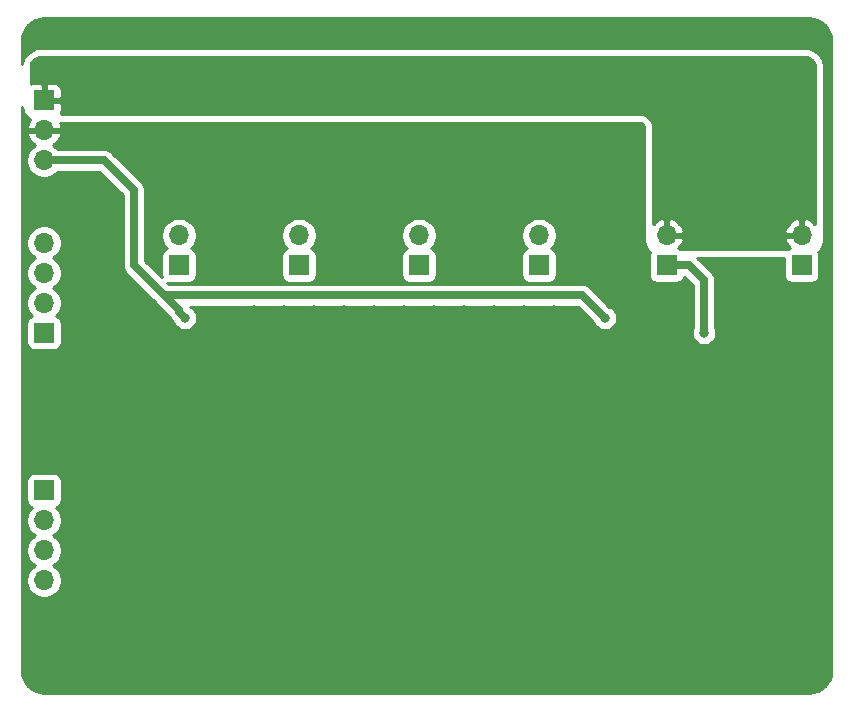
<source format=gbr>
%TF.GenerationSoftware,KiCad,Pcbnew,(5.1.6)-1*%
%TF.CreationDate,2021-04-07T17:42:24+02:00*%
%TF.ProjectId,constant_current,636f6e73-7461-46e7-945f-63757272656e,rev?*%
%TF.SameCoordinates,Original*%
%TF.FileFunction,Copper,L2,Bot*%
%TF.FilePolarity,Positive*%
%FSLAX46Y46*%
G04 Gerber Fmt 4.6, Leading zero omitted, Abs format (unit mm)*
G04 Created by KiCad (PCBNEW (5.1.6)-1) date 2021-04-07 17:42:24*
%MOMM*%
%LPD*%
G01*
G04 APERTURE LIST*
%TA.AperFunction,ComponentPad*%
%ADD10R,1.700000X1.700000*%
%TD*%
%TA.AperFunction,ComponentPad*%
%ADD11O,1.700000X1.700000*%
%TD*%
%TA.AperFunction,ViaPad*%
%ADD12C,0.800000*%
%TD*%
%TA.AperFunction,Conductor*%
%ADD13C,0.635000*%
%TD*%
%TA.AperFunction,Conductor*%
%ADD14C,0.254000*%
%TD*%
G04 APERTURE END LIST*
D10*
%TO.P,J1,1*%
%TO.N,+5V*%
X38100000Y-30480000D03*
D11*
%TO.P,J1,2*%
%TO.N,GND*%
X38100000Y-33020000D03*
%TO.P,J1,3*%
%TO.N,pwm*%
X38100000Y-35560000D03*
%TD*%
%TO.P,LED,2*%
%TO.N,+5V*%
X90805000Y-41910000D03*
D10*
%TO.P,LED,1*%
%TO.N,Net-(J2-Pad1)*%
X90805000Y-44450000D03*
%TD*%
%TO.P,LED,1*%
%TO.N,Net-(J3-Pad1)*%
X102235000Y-44450000D03*
D11*
%TO.P,LED,2*%
%TO.N,+5V*%
X102235000Y-41910000D03*
%TD*%
D10*
%TO.P,J4,1*%
%TO.N,~A*%
X38100000Y-50165000D03*
D11*
%TO.P,J4,2*%
%TO.N,~B*%
X38100000Y-47625000D03*
%TO.P,J4,3*%
%TO.N,~C*%
X38100000Y-45085000D03*
%TO.P,J4,4*%
%TO.N,~D*%
X38100000Y-42545000D03*
%TD*%
%TO.P,J5,4*%
%TO.N,D*%
X38100000Y-71120000D03*
%TO.P,J5,3*%
%TO.N,C*%
X38100000Y-68580000D03*
%TO.P,J5,2*%
%TO.N,B*%
X38100000Y-66040000D03*
D10*
%TO.P,J5,1*%
%TO.N,A*%
X38100000Y-63500000D03*
%TD*%
D11*
%TO.P,LED A,2*%
%TO.N,Net-(J6-Pad2)*%
X49530000Y-41910000D03*
D10*
%TO.P,LED A,1*%
%TO.N,Net-(J6-Pad1)*%
X49530000Y-44450000D03*
%TD*%
%TO.P,LED B,1*%
%TO.N,Net-(J6-Pad1)*%
X59690000Y-44450000D03*
D11*
%TO.P,LED B,2*%
%TO.N,Net-(J7-Pad2)*%
X59690000Y-41910000D03*
%TD*%
%TO.P,LED C,2*%
%TO.N,Net-(J8-Pad2)*%
X69850000Y-41910000D03*
D10*
%TO.P,LED C,1*%
%TO.N,Net-(J6-Pad1)*%
X69850000Y-44450000D03*
%TD*%
%TO.P,LED D,1*%
%TO.N,Net-(J6-Pad1)*%
X80010000Y-44450000D03*
D11*
%TO.P,LED D,2*%
%TO.N,Net-(J9-Pad2)*%
X80010000Y-41910000D03*
%TD*%
D12*
%TO.N,GND*%
X104140000Y-25400000D03*
X104140000Y-48260000D03*
X104140000Y-63500000D03*
X104140000Y-66040000D03*
X104140000Y-68580000D03*
X104140000Y-71120000D03*
X104140000Y-73660000D03*
X104140000Y-76200000D03*
X104140000Y-78740000D03*
%TO.N,+5V*%
X48260000Y-31115000D03*
X58420000Y-31115000D03*
X68580000Y-31115000D03*
X78740000Y-31115000D03*
%TO.N,GND*%
X38100000Y-53340000D03*
X38100000Y-55880000D03*
X38100000Y-58420000D03*
X38100000Y-60960000D03*
X40640000Y-60960000D03*
X43180000Y-60960000D03*
X45720000Y-60960000D03*
X45720000Y-58420000D03*
X43180000Y-58420000D03*
X40640000Y-58420000D03*
X40640000Y-55880000D03*
X40640000Y-53340000D03*
X43180000Y-53340000D03*
X43180000Y-55880000D03*
X45720000Y-55880000D03*
X45720000Y-53340000D03*
X48260000Y-55880000D03*
X48260000Y-58420000D03*
X50800000Y-58420000D03*
X50800000Y-55880000D03*
X53340000Y-55880000D03*
X53340000Y-58420000D03*
X55880000Y-58420000D03*
X55880000Y-55880000D03*
X58420000Y-55880000D03*
X58420000Y-58420000D03*
X60960000Y-58420000D03*
X45720000Y-50800000D03*
X43180000Y-50800000D03*
X40640000Y-50800000D03*
X43180000Y-48260000D03*
X45720000Y-48260000D03*
X43180000Y-45720000D03*
X68580000Y-58420000D03*
X68580000Y-55880000D03*
X68580000Y-53340000D03*
X68580000Y-50800000D03*
X68580000Y-48260000D03*
X71120000Y-48260000D03*
X73660000Y-48260000D03*
X76200000Y-48260000D03*
X78740000Y-48260000D03*
X81280000Y-48260000D03*
X81280000Y-50800000D03*
X81280000Y-53340000D03*
X81280000Y-55880000D03*
X81280000Y-58420000D03*
X78740000Y-58420000D03*
X76200000Y-58420000D03*
X73660000Y-58420000D03*
X71120000Y-58420000D03*
X71120000Y-55880000D03*
X73660000Y-55880000D03*
X76200000Y-55880000D03*
X78740000Y-55880000D03*
X78740000Y-53340000D03*
X76200000Y-53340000D03*
X73660000Y-53340000D03*
X71120000Y-53340000D03*
X71120000Y-50800000D03*
X73660000Y-50800000D03*
X76200000Y-50800000D03*
X78740000Y-50800000D03*
X66040000Y-48260000D03*
X63500000Y-48260000D03*
X60960000Y-48260000D03*
X58420000Y-48260000D03*
X55880000Y-48260000D03*
X55880000Y-50800000D03*
X58420000Y-50800000D03*
X60960000Y-50800000D03*
X63500000Y-50800000D03*
X83820000Y-55880000D03*
X86360000Y-55880000D03*
X88900000Y-55880000D03*
X91440000Y-58420000D03*
X88900000Y-58420000D03*
X86360000Y-58420000D03*
X83820000Y-58420000D03*
X83820000Y-60960000D03*
X86360000Y-60960000D03*
X88900000Y-60960000D03*
X91440000Y-60960000D03*
X96520000Y-60960000D03*
X96520000Y-58420000D03*
X99060000Y-58420000D03*
X99060000Y-60960000D03*
X101600000Y-63500000D03*
X101600000Y-68580000D03*
X101600000Y-66040000D03*
X101600000Y-71120000D03*
X101600000Y-73660000D03*
X101600000Y-76200000D03*
X96520000Y-76200000D03*
X101600000Y-78740000D03*
X99060000Y-78740000D03*
X96520000Y-78740000D03*
X91440000Y-78740000D03*
X93980000Y-78740000D03*
X88900000Y-78740000D03*
X83820000Y-78740000D03*
X86360000Y-78740000D03*
X81280000Y-78740000D03*
X81280000Y-76200000D03*
X83820000Y-76200000D03*
X81280000Y-73660000D03*
X83820000Y-73660000D03*
X83820000Y-71120000D03*
X83820000Y-68580000D03*
X83820000Y-66040000D03*
X83820000Y-63500000D03*
X86360000Y-63500000D03*
X86360000Y-66040000D03*
X86360000Y-68580000D03*
X86360000Y-71120000D03*
X86360000Y-73660000D03*
X86360000Y-76200000D03*
X88900000Y-76200000D03*
X88900000Y-73660000D03*
X88900000Y-71120000D03*
X88900000Y-68580000D03*
X88900000Y-66040000D03*
X88900000Y-63500000D03*
X91440000Y-63500000D03*
X91440000Y-66040000D03*
X91440000Y-68580000D03*
X91440000Y-71120000D03*
X91440000Y-73660000D03*
X91440000Y-76200000D03*
X93980000Y-76200000D03*
X93980000Y-73660000D03*
X96520000Y-73660000D03*
X99060000Y-73660000D03*
X99060000Y-76200000D03*
X99060000Y-71120000D03*
X96520000Y-71120000D03*
X93980000Y-71120000D03*
X93980000Y-68580000D03*
X96520000Y-68580000D03*
X99060000Y-68580000D03*
X99060000Y-66040000D03*
X96520000Y-66040000D03*
X93980000Y-66040000D03*
X93980000Y-63500000D03*
X96520000Y-63500000D03*
X99060000Y-63500000D03*
X99060000Y-55880000D03*
X96520000Y-55880000D03*
X96520000Y-53340000D03*
X96520000Y-50800000D03*
X99060000Y-45720000D03*
X96520000Y-45720000D03*
X86360000Y-45720000D03*
X83820000Y-45720000D03*
X83820000Y-43180000D03*
X86360000Y-43180000D03*
X86360000Y-40640000D03*
X83820000Y-40640000D03*
X83820000Y-38100000D03*
X86360000Y-38100000D03*
X86360000Y-35560000D03*
X83820000Y-35560000D03*
X83820000Y-33020000D03*
X86360000Y-33020000D03*
X76200000Y-33020000D03*
X73660000Y-33020000D03*
X73660000Y-35560000D03*
X73660000Y-38100000D03*
X73660000Y-40640000D03*
X73660000Y-43180000D03*
X76200000Y-43180000D03*
X76200000Y-40640000D03*
X76200000Y-38100000D03*
X76200000Y-35560000D03*
X66040000Y-33020000D03*
X63500000Y-33020000D03*
X63500000Y-35560000D03*
X63500000Y-38100000D03*
X63500000Y-40640000D03*
X63500000Y-43180000D03*
X66040000Y-43180000D03*
X66040000Y-40640000D03*
X66040000Y-38100000D03*
X66040000Y-35560000D03*
X55880000Y-33020000D03*
X53340000Y-33020000D03*
X53340000Y-35560000D03*
X55880000Y-35560000D03*
X55880000Y-38100000D03*
X53340000Y-38100000D03*
X53340000Y-40640000D03*
X55880000Y-40640000D03*
X55880000Y-43180000D03*
X53340000Y-43180000D03*
X45720000Y-33020000D03*
X45720000Y-35560000D03*
X40640000Y-33020000D03*
X38100000Y-25400000D03*
X40640000Y-25400000D03*
X83820000Y-25400000D03*
X78740000Y-25400000D03*
X76200000Y-25400000D03*
X73660000Y-25400000D03*
X86360000Y-25400000D03*
X88900000Y-25400000D03*
X91440000Y-25400000D03*
X93980000Y-25400000D03*
X96520000Y-25400000D03*
X99060000Y-25400000D03*
X101600000Y-25400000D03*
X76200000Y-63500000D03*
X76200000Y-66040000D03*
X76200000Y-68580000D03*
X76200000Y-71120000D03*
X76200000Y-73660000D03*
X76200000Y-76200000D03*
X73660000Y-76200000D03*
X73660000Y-73660000D03*
X71120000Y-73660000D03*
X71120000Y-76200000D03*
X73660000Y-71120000D03*
X73660000Y-68580000D03*
X73660000Y-66040000D03*
X73660000Y-63500000D03*
X66040000Y-63500000D03*
X66040000Y-66040000D03*
X66040000Y-68580000D03*
X66040000Y-71120000D03*
X66040000Y-73660000D03*
X66040000Y-76200000D03*
X63500000Y-76200000D03*
X60960000Y-76200000D03*
X60960000Y-73660000D03*
X63500000Y-73660000D03*
X63500000Y-71120000D03*
X63500000Y-68580000D03*
X63500000Y-66040000D03*
X63500000Y-63500000D03*
X55880000Y-63500000D03*
X55880000Y-66040000D03*
X55880000Y-68580000D03*
X55880000Y-71120000D03*
X55880000Y-73660000D03*
X55880000Y-76200000D03*
X53340000Y-76200000D03*
X50800000Y-76200000D03*
X50800000Y-73660000D03*
X53340000Y-73660000D03*
X53340000Y-71120000D03*
X53340000Y-68580000D03*
X53340000Y-66040000D03*
X53340000Y-63500000D03*
X45720000Y-63500000D03*
X45720000Y-66040000D03*
X45720000Y-68580000D03*
X43180000Y-66040000D03*
X43180000Y-63500000D03*
X38100000Y-76200000D03*
X38100000Y-78740000D03*
X40640000Y-78740000D03*
X40640000Y-76200000D03*
X40640000Y-73660000D03*
X38100000Y-73660000D03*
%TO.N,pwm*%
X85580000Y-48895000D03*
X50020000Y-48895000D03*
%TO.N,Net-(J2-Pad1)*%
X93980000Y-50165000D03*
%TD*%
D13*
%TO.N,pwm*%
X38100000Y-35560000D02*
X43180000Y-35560000D01*
X43180000Y-35560000D02*
X45720000Y-38100000D01*
X83675000Y-46990000D02*
X85580000Y-48895000D01*
X48260000Y-46990000D02*
X83675000Y-46990000D01*
X48260000Y-46990000D02*
X45720000Y-44450000D01*
X45720000Y-38100000D02*
X45720000Y-44450000D01*
X48260000Y-46990000D02*
X49530000Y-48260000D01*
X49530000Y-48260000D02*
X49530000Y-48405000D01*
X49530000Y-48405000D02*
X50020000Y-48895000D01*
%TO.N,Net-(J2-Pad1)*%
X93980000Y-50165000D02*
X93980000Y-45720000D01*
X92710000Y-44450000D02*
X90805000Y-44450000D01*
X93980000Y-45720000D02*
X92710000Y-44450000D01*
%TD*%
D14*
%TO.N,+5V*%
G36*
X102675189Y-26814376D02*
G01*
X102838850Y-26864022D01*
X102989672Y-26944638D01*
X103121870Y-27053130D01*
X103230362Y-27185328D01*
X103310978Y-27336150D01*
X103360624Y-27499811D01*
X103378000Y-27676234D01*
X103378000Y-40970614D01*
X103332588Y-40909731D01*
X103116355Y-40714822D01*
X102866252Y-40565843D01*
X102591891Y-40468519D01*
X102362000Y-40589186D01*
X102362000Y-41783000D01*
X102382000Y-41783000D01*
X102382000Y-42037000D01*
X102362000Y-42037000D01*
X102362000Y-42057000D01*
X102108000Y-42057000D01*
X102108000Y-42037000D01*
X100914845Y-42037000D01*
X100793524Y-42266890D01*
X100838175Y-42414099D01*
X100963359Y-42676920D01*
X101137412Y-42910269D01*
X101221466Y-42986034D01*
X101140820Y-43010498D01*
X101061306Y-43053000D01*
X91978694Y-43053000D01*
X91899180Y-43010498D01*
X91818534Y-42986034D01*
X91902588Y-42910269D01*
X92076641Y-42676920D01*
X92201825Y-42414099D01*
X92246476Y-42266890D01*
X92125155Y-42037000D01*
X90932000Y-42037000D01*
X90932000Y-42057000D01*
X90678000Y-42057000D01*
X90678000Y-42037000D01*
X90658000Y-42037000D01*
X90658000Y-41783000D01*
X90678000Y-41783000D01*
X90678000Y-40589186D01*
X90932000Y-40589186D01*
X90932000Y-41783000D01*
X92125155Y-41783000D01*
X92246476Y-41553110D01*
X100793524Y-41553110D01*
X100914845Y-41783000D01*
X102108000Y-41783000D01*
X102108000Y-40589186D01*
X101878109Y-40468519D01*
X101603748Y-40565843D01*
X101353645Y-40714822D01*
X101137412Y-40909731D01*
X100963359Y-41143080D01*
X100838175Y-41405901D01*
X100793524Y-41553110D01*
X92246476Y-41553110D01*
X92201825Y-41405901D01*
X92076641Y-41143080D01*
X91902588Y-40909731D01*
X91686355Y-40714822D01*
X91436252Y-40565843D01*
X91161891Y-40468519D01*
X90932000Y-40589186D01*
X90678000Y-40589186D01*
X90448109Y-40468519D01*
X90173748Y-40565843D01*
X89923645Y-40714822D01*
X89707412Y-40909731D01*
X89662000Y-40970614D01*
X89662000Y-32750000D01*
X89661388Y-32737552D01*
X89642173Y-32542462D01*
X89637317Y-32518044D01*
X89580412Y-32330451D01*
X89570884Y-32307450D01*
X89478474Y-32134563D01*
X89464642Y-32113862D01*
X89340279Y-31962325D01*
X89322675Y-31944721D01*
X89171138Y-31820358D01*
X89150437Y-31806526D01*
X88977550Y-31714116D01*
X88954549Y-31704588D01*
X88766956Y-31647683D01*
X88742538Y-31642827D01*
X88547448Y-31623612D01*
X88535000Y-31623000D01*
X39513407Y-31623000D01*
X39539502Y-31574180D01*
X39575812Y-31454482D01*
X39588072Y-31330000D01*
X39585000Y-30765750D01*
X39426250Y-30607000D01*
X38227000Y-30607000D01*
X38227000Y-30627000D01*
X37973000Y-30627000D01*
X37973000Y-30607000D01*
X37953000Y-30607000D01*
X37953000Y-30353000D01*
X37973000Y-30353000D01*
X37973000Y-29153750D01*
X38227000Y-29153750D01*
X38227000Y-30353000D01*
X39426250Y-30353000D01*
X39585000Y-30194250D01*
X39588072Y-29630000D01*
X39575812Y-29505518D01*
X39539502Y-29385820D01*
X39480537Y-29275506D01*
X39401185Y-29178815D01*
X39304494Y-29099463D01*
X39194180Y-29040498D01*
X39074482Y-29004188D01*
X38950000Y-28991928D01*
X38385750Y-28995000D01*
X38227000Y-29153750D01*
X37973000Y-29153750D01*
X37814250Y-28995000D01*
X37250000Y-28991928D01*
X37125518Y-29004188D01*
X37005820Y-29040498D01*
X36957000Y-29066593D01*
X36957000Y-27676234D01*
X36974376Y-27499811D01*
X37024022Y-27336150D01*
X37104638Y-27185328D01*
X37213130Y-27053130D01*
X37345328Y-26944638D01*
X37496150Y-26864022D01*
X37659811Y-26814376D01*
X37836234Y-26797000D01*
X102498766Y-26797000D01*
X102675189Y-26814376D01*
G37*
X102675189Y-26814376D02*
X102838850Y-26864022D01*
X102989672Y-26944638D01*
X103121870Y-27053130D01*
X103230362Y-27185328D01*
X103310978Y-27336150D01*
X103360624Y-27499811D01*
X103378000Y-27676234D01*
X103378000Y-40970614D01*
X103332588Y-40909731D01*
X103116355Y-40714822D01*
X102866252Y-40565843D01*
X102591891Y-40468519D01*
X102362000Y-40589186D01*
X102362000Y-41783000D01*
X102382000Y-41783000D01*
X102382000Y-42037000D01*
X102362000Y-42037000D01*
X102362000Y-42057000D01*
X102108000Y-42057000D01*
X102108000Y-42037000D01*
X100914845Y-42037000D01*
X100793524Y-42266890D01*
X100838175Y-42414099D01*
X100963359Y-42676920D01*
X101137412Y-42910269D01*
X101221466Y-42986034D01*
X101140820Y-43010498D01*
X101061306Y-43053000D01*
X91978694Y-43053000D01*
X91899180Y-43010498D01*
X91818534Y-42986034D01*
X91902588Y-42910269D01*
X92076641Y-42676920D01*
X92201825Y-42414099D01*
X92246476Y-42266890D01*
X92125155Y-42037000D01*
X90932000Y-42037000D01*
X90932000Y-42057000D01*
X90678000Y-42057000D01*
X90678000Y-42037000D01*
X90658000Y-42037000D01*
X90658000Y-41783000D01*
X90678000Y-41783000D01*
X90678000Y-40589186D01*
X90932000Y-40589186D01*
X90932000Y-41783000D01*
X92125155Y-41783000D01*
X92246476Y-41553110D01*
X100793524Y-41553110D01*
X100914845Y-41783000D01*
X102108000Y-41783000D01*
X102108000Y-40589186D01*
X101878109Y-40468519D01*
X101603748Y-40565843D01*
X101353645Y-40714822D01*
X101137412Y-40909731D01*
X100963359Y-41143080D01*
X100838175Y-41405901D01*
X100793524Y-41553110D01*
X92246476Y-41553110D01*
X92201825Y-41405901D01*
X92076641Y-41143080D01*
X91902588Y-40909731D01*
X91686355Y-40714822D01*
X91436252Y-40565843D01*
X91161891Y-40468519D01*
X90932000Y-40589186D01*
X90678000Y-40589186D01*
X90448109Y-40468519D01*
X90173748Y-40565843D01*
X89923645Y-40714822D01*
X89707412Y-40909731D01*
X89662000Y-40970614D01*
X89662000Y-32750000D01*
X89661388Y-32737552D01*
X89642173Y-32542462D01*
X89637317Y-32518044D01*
X89580412Y-32330451D01*
X89570884Y-32307450D01*
X89478474Y-32134563D01*
X89464642Y-32113862D01*
X89340279Y-31962325D01*
X89322675Y-31944721D01*
X89171138Y-31820358D01*
X89150437Y-31806526D01*
X88977550Y-31714116D01*
X88954549Y-31704588D01*
X88766956Y-31647683D01*
X88742538Y-31642827D01*
X88547448Y-31623612D01*
X88535000Y-31623000D01*
X39513407Y-31623000D01*
X39539502Y-31574180D01*
X39575812Y-31454482D01*
X39588072Y-31330000D01*
X39585000Y-30765750D01*
X39426250Y-30607000D01*
X38227000Y-30607000D01*
X38227000Y-30627000D01*
X37973000Y-30627000D01*
X37973000Y-30607000D01*
X37953000Y-30607000D01*
X37953000Y-30353000D01*
X37973000Y-30353000D01*
X37973000Y-29153750D01*
X38227000Y-29153750D01*
X38227000Y-30353000D01*
X39426250Y-30353000D01*
X39585000Y-30194250D01*
X39588072Y-29630000D01*
X39575812Y-29505518D01*
X39539502Y-29385820D01*
X39480537Y-29275506D01*
X39401185Y-29178815D01*
X39304494Y-29099463D01*
X39194180Y-29040498D01*
X39074482Y-29004188D01*
X38950000Y-28991928D01*
X38385750Y-28995000D01*
X38227000Y-29153750D01*
X37973000Y-29153750D01*
X37814250Y-28995000D01*
X37250000Y-28991928D01*
X37125518Y-29004188D01*
X37005820Y-29040498D01*
X36957000Y-29066593D01*
X36957000Y-27676234D01*
X36974376Y-27499811D01*
X37024022Y-27336150D01*
X37104638Y-27185328D01*
X37213130Y-27053130D01*
X37345328Y-26944638D01*
X37496150Y-26864022D01*
X37659811Y-26814376D01*
X37836234Y-26797000D01*
X102498766Y-26797000D01*
X102675189Y-26814376D01*
%TO.N,GND*%
G36*
X103234545Y-23558909D02*
G01*
X103585208Y-23664780D01*
X103908625Y-23836744D01*
X104192484Y-24068254D01*
X104425965Y-24350486D01*
X104600183Y-24672695D01*
X104708502Y-25022614D01*
X104750000Y-25417443D01*
X104750001Y-78707711D01*
X104711091Y-79104545D01*
X104605220Y-79455206D01*
X104433257Y-79778623D01*
X104201748Y-80062482D01*
X103919514Y-80295965D01*
X103597304Y-80470184D01*
X103247385Y-80578502D01*
X102852557Y-80620000D01*
X38132279Y-80620000D01*
X37735455Y-80581091D01*
X37384794Y-80475220D01*
X37061377Y-80303257D01*
X36777518Y-80071748D01*
X36544035Y-79789514D01*
X36369816Y-79467304D01*
X36261498Y-79117385D01*
X36220000Y-78722557D01*
X36220000Y-62650000D01*
X36611928Y-62650000D01*
X36611928Y-64350000D01*
X36624188Y-64474482D01*
X36660498Y-64594180D01*
X36719463Y-64704494D01*
X36798815Y-64801185D01*
X36895506Y-64880537D01*
X37005820Y-64939502D01*
X37078380Y-64961513D01*
X36946525Y-65093368D01*
X36784010Y-65336589D01*
X36672068Y-65606842D01*
X36615000Y-65893740D01*
X36615000Y-66186260D01*
X36672068Y-66473158D01*
X36784010Y-66743411D01*
X36946525Y-66986632D01*
X37153368Y-67193475D01*
X37327760Y-67310000D01*
X37153368Y-67426525D01*
X36946525Y-67633368D01*
X36784010Y-67876589D01*
X36672068Y-68146842D01*
X36615000Y-68433740D01*
X36615000Y-68726260D01*
X36672068Y-69013158D01*
X36784010Y-69283411D01*
X36946525Y-69526632D01*
X37153368Y-69733475D01*
X37327760Y-69850000D01*
X37153368Y-69966525D01*
X36946525Y-70173368D01*
X36784010Y-70416589D01*
X36672068Y-70686842D01*
X36615000Y-70973740D01*
X36615000Y-71266260D01*
X36672068Y-71553158D01*
X36784010Y-71823411D01*
X36946525Y-72066632D01*
X37153368Y-72273475D01*
X37396589Y-72435990D01*
X37666842Y-72547932D01*
X37953740Y-72605000D01*
X38246260Y-72605000D01*
X38533158Y-72547932D01*
X38803411Y-72435990D01*
X39046632Y-72273475D01*
X39253475Y-72066632D01*
X39415990Y-71823411D01*
X39527932Y-71553158D01*
X39585000Y-71266260D01*
X39585000Y-70973740D01*
X39527932Y-70686842D01*
X39415990Y-70416589D01*
X39253475Y-70173368D01*
X39046632Y-69966525D01*
X38872240Y-69850000D01*
X39046632Y-69733475D01*
X39253475Y-69526632D01*
X39415990Y-69283411D01*
X39527932Y-69013158D01*
X39585000Y-68726260D01*
X39585000Y-68433740D01*
X39527932Y-68146842D01*
X39415990Y-67876589D01*
X39253475Y-67633368D01*
X39046632Y-67426525D01*
X38872240Y-67310000D01*
X39046632Y-67193475D01*
X39253475Y-66986632D01*
X39415990Y-66743411D01*
X39527932Y-66473158D01*
X39585000Y-66186260D01*
X39585000Y-65893740D01*
X39527932Y-65606842D01*
X39415990Y-65336589D01*
X39253475Y-65093368D01*
X39121620Y-64961513D01*
X39194180Y-64939502D01*
X39304494Y-64880537D01*
X39401185Y-64801185D01*
X39480537Y-64704494D01*
X39539502Y-64594180D01*
X39575812Y-64474482D01*
X39588072Y-64350000D01*
X39588072Y-62650000D01*
X39575812Y-62525518D01*
X39539502Y-62405820D01*
X39480537Y-62295506D01*
X39401185Y-62198815D01*
X39304494Y-62119463D01*
X39194180Y-62060498D01*
X39074482Y-62024188D01*
X38950000Y-62011928D01*
X37250000Y-62011928D01*
X37125518Y-62024188D01*
X37005820Y-62060498D01*
X36895506Y-62119463D01*
X36798815Y-62198815D01*
X36719463Y-62295506D01*
X36660498Y-62405820D01*
X36624188Y-62525518D01*
X36611928Y-62650000D01*
X36220000Y-62650000D01*
X36220000Y-49315000D01*
X36611928Y-49315000D01*
X36611928Y-51015000D01*
X36624188Y-51139482D01*
X36660498Y-51259180D01*
X36719463Y-51369494D01*
X36798815Y-51466185D01*
X36895506Y-51545537D01*
X37005820Y-51604502D01*
X37125518Y-51640812D01*
X37250000Y-51653072D01*
X38950000Y-51653072D01*
X39074482Y-51640812D01*
X39194180Y-51604502D01*
X39304494Y-51545537D01*
X39401185Y-51466185D01*
X39480537Y-51369494D01*
X39539502Y-51259180D01*
X39575812Y-51139482D01*
X39588072Y-51015000D01*
X39588072Y-49315000D01*
X39575812Y-49190518D01*
X39539502Y-49070820D01*
X39480537Y-48960506D01*
X39401185Y-48863815D01*
X39304494Y-48784463D01*
X39194180Y-48725498D01*
X39121620Y-48703487D01*
X39253475Y-48571632D01*
X39415990Y-48328411D01*
X39527932Y-48058158D01*
X39585000Y-47771260D01*
X39585000Y-47478740D01*
X39527932Y-47191842D01*
X39415990Y-46921589D01*
X39253475Y-46678368D01*
X39046632Y-46471525D01*
X38872240Y-46355000D01*
X39046632Y-46238475D01*
X39253475Y-46031632D01*
X39415990Y-45788411D01*
X39527932Y-45518158D01*
X39585000Y-45231260D01*
X39585000Y-44938740D01*
X39527932Y-44651842D01*
X39415990Y-44381589D01*
X39253475Y-44138368D01*
X39046632Y-43931525D01*
X38872240Y-43815000D01*
X39046632Y-43698475D01*
X39253475Y-43491632D01*
X39415990Y-43248411D01*
X39527932Y-42978158D01*
X39585000Y-42691260D01*
X39585000Y-42398740D01*
X39527932Y-42111842D01*
X39415990Y-41841589D01*
X39253475Y-41598368D01*
X39046632Y-41391525D01*
X38803411Y-41229010D01*
X38533158Y-41117068D01*
X38246260Y-41060000D01*
X37953740Y-41060000D01*
X37666842Y-41117068D01*
X37396589Y-41229010D01*
X37153368Y-41391525D01*
X36946525Y-41598368D01*
X36784010Y-41841589D01*
X36672068Y-42111842D01*
X36615000Y-42398740D01*
X36615000Y-42691260D01*
X36672068Y-42978158D01*
X36784010Y-43248411D01*
X36946525Y-43491632D01*
X37153368Y-43698475D01*
X37327760Y-43815000D01*
X37153368Y-43931525D01*
X36946525Y-44138368D01*
X36784010Y-44381589D01*
X36672068Y-44651842D01*
X36615000Y-44938740D01*
X36615000Y-45231260D01*
X36672068Y-45518158D01*
X36784010Y-45788411D01*
X36946525Y-46031632D01*
X37153368Y-46238475D01*
X37327760Y-46355000D01*
X37153368Y-46471525D01*
X36946525Y-46678368D01*
X36784010Y-46921589D01*
X36672068Y-47191842D01*
X36615000Y-47478740D01*
X36615000Y-47771260D01*
X36672068Y-48058158D01*
X36784010Y-48328411D01*
X36946525Y-48571632D01*
X37078380Y-48703487D01*
X37005820Y-48725498D01*
X36895506Y-48784463D01*
X36798815Y-48863815D01*
X36719463Y-48960506D01*
X36660498Y-49070820D01*
X36624188Y-49190518D01*
X36611928Y-49315000D01*
X36220000Y-49315000D01*
X36220000Y-35413740D01*
X36615000Y-35413740D01*
X36615000Y-35706260D01*
X36672068Y-35993158D01*
X36784010Y-36263411D01*
X36946525Y-36506632D01*
X37153368Y-36713475D01*
X37396589Y-36875990D01*
X37666842Y-36987932D01*
X37953740Y-37045000D01*
X38246260Y-37045000D01*
X38533158Y-36987932D01*
X38803411Y-36875990D01*
X39046632Y-36713475D01*
X39247607Y-36512500D01*
X42785462Y-36512500D01*
X44767500Y-38494538D01*
X44767501Y-44403205D01*
X44762892Y-44450000D01*
X44781283Y-44636722D01*
X44835749Y-44816269D01*
X44901211Y-44938740D01*
X44924195Y-44981741D01*
X45043223Y-45126778D01*
X45079565Y-45156603D01*
X47553393Y-47630431D01*
X47583222Y-47666778D01*
X47619569Y-47696607D01*
X48624637Y-48701676D01*
X48645748Y-48771269D01*
X48734194Y-48936741D01*
X48853222Y-49081778D01*
X48889570Y-49111608D01*
X49060069Y-49282106D01*
X49102795Y-49385256D01*
X49216063Y-49554774D01*
X49360226Y-49698937D01*
X49529744Y-49812205D01*
X49718102Y-49890226D01*
X49918061Y-49930000D01*
X50121939Y-49930000D01*
X50321898Y-49890226D01*
X50510256Y-49812205D01*
X50679774Y-49698937D01*
X50823937Y-49554774D01*
X50937205Y-49385256D01*
X51015226Y-49196898D01*
X51055000Y-48996939D01*
X51055000Y-48793061D01*
X51015226Y-48593102D01*
X50937205Y-48404744D01*
X50823937Y-48235226D01*
X50679774Y-48091063D01*
X50510256Y-47977795D01*
X50429621Y-47944395D01*
X50429046Y-47942500D01*
X83280462Y-47942500D01*
X84620070Y-49282108D01*
X84662795Y-49385256D01*
X84776063Y-49554774D01*
X84920226Y-49698937D01*
X85089744Y-49812205D01*
X85278102Y-49890226D01*
X85478061Y-49930000D01*
X85681939Y-49930000D01*
X85881898Y-49890226D01*
X86070256Y-49812205D01*
X86239774Y-49698937D01*
X86383937Y-49554774D01*
X86497205Y-49385256D01*
X86575226Y-49196898D01*
X86615000Y-48996939D01*
X86615000Y-48793061D01*
X86575226Y-48593102D01*
X86497205Y-48404744D01*
X86383937Y-48235226D01*
X86239774Y-48091063D01*
X86070256Y-47977795D01*
X85967108Y-47935070D01*
X84381607Y-46349569D01*
X84351778Y-46313222D01*
X84206741Y-46194194D01*
X84041269Y-46105748D01*
X83861723Y-46051283D01*
X83721785Y-46037500D01*
X83675000Y-46032892D01*
X83628215Y-46037500D01*
X48654538Y-46037500D01*
X48537334Y-45920296D01*
X48555518Y-45925812D01*
X48680000Y-45938072D01*
X50380000Y-45938072D01*
X50504482Y-45925812D01*
X50624180Y-45889502D01*
X50734494Y-45830537D01*
X50831185Y-45751185D01*
X50910537Y-45654494D01*
X50969502Y-45544180D01*
X51005812Y-45424482D01*
X51018072Y-45300000D01*
X51018072Y-43600000D01*
X58201928Y-43600000D01*
X58201928Y-45300000D01*
X58214188Y-45424482D01*
X58250498Y-45544180D01*
X58309463Y-45654494D01*
X58388815Y-45751185D01*
X58485506Y-45830537D01*
X58595820Y-45889502D01*
X58715518Y-45925812D01*
X58840000Y-45938072D01*
X60540000Y-45938072D01*
X60664482Y-45925812D01*
X60784180Y-45889502D01*
X60894494Y-45830537D01*
X60991185Y-45751185D01*
X61070537Y-45654494D01*
X61129502Y-45544180D01*
X61165812Y-45424482D01*
X61178072Y-45300000D01*
X61178072Y-43600000D01*
X68361928Y-43600000D01*
X68361928Y-45300000D01*
X68374188Y-45424482D01*
X68410498Y-45544180D01*
X68469463Y-45654494D01*
X68548815Y-45751185D01*
X68645506Y-45830537D01*
X68755820Y-45889502D01*
X68875518Y-45925812D01*
X69000000Y-45938072D01*
X70700000Y-45938072D01*
X70824482Y-45925812D01*
X70944180Y-45889502D01*
X71054494Y-45830537D01*
X71151185Y-45751185D01*
X71230537Y-45654494D01*
X71289502Y-45544180D01*
X71325812Y-45424482D01*
X71338072Y-45300000D01*
X71338072Y-43600000D01*
X78521928Y-43600000D01*
X78521928Y-45300000D01*
X78534188Y-45424482D01*
X78570498Y-45544180D01*
X78629463Y-45654494D01*
X78708815Y-45751185D01*
X78805506Y-45830537D01*
X78915820Y-45889502D01*
X79035518Y-45925812D01*
X79160000Y-45938072D01*
X80860000Y-45938072D01*
X80984482Y-45925812D01*
X81104180Y-45889502D01*
X81214494Y-45830537D01*
X81311185Y-45751185D01*
X81390537Y-45654494D01*
X81449502Y-45544180D01*
X81485812Y-45424482D01*
X81498072Y-45300000D01*
X81498072Y-43600000D01*
X81485812Y-43475518D01*
X81449502Y-43355820D01*
X81390537Y-43245506D01*
X81311185Y-43148815D01*
X81214494Y-43069463D01*
X81104180Y-43010498D01*
X81031620Y-42988487D01*
X81163475Y-42856632D01*
X81325990Y-42613411D01*
X81437932Y-42343158D01*
X81495000Y-42056260D01*
X81495000Y-41763740D01*
X81437932Y-41476842D01*
X81325990Y-41206589D01*
X81163475Y-40963368D01*
X80956632Y-40756525D01*
X80713411Y-40594010D01*
X80443158Y-40482068D01*
X80156260Y-40425000D01*
X79863740Y-40425000D01*
X79576842Y-40482068D01*
X79306589Y-40594010D01*
X79063368Y-40756525D01*
X78856525Y-40963368D01*
X78694010Y-41206589D01*
X78582068Y-41476842D01*
X78525000Y-41763740D01*
X78525000Y-42056260D01*
X78582068Y-42343158D01*
X78694010Y-42613411D01*
X78856525Y-42856632D01*
X78988380Y-42988487D01*
X78915820Y-43010498D01*
X78805506Y-43069463D01*
X78708815Y-43148815D01*
X78629463Y-43245506D01*
X78570498Y-43355820D01*
X78534188Y-43475518D01*
X78521928Y-43600000D01*
X71338072Y-43600000D01*
X71325812Y-43475518D01*
X71289502Y-43355820D01*
X71230537Y-43245506D01*
X71151185Y-43148815D01*
X71054494Y-43069463D01*
X70944180Y-43010498D01*
X70871620Y-42988487D01*
X71003475Y-42856632D01*
X71165990Y-42613411D01*
X71277932Y-42343158D01*
X71335000Y-42056260D01*
X71335000Y-41763740D01*
X71277932Y-41476842D01*
X71165990Y-41206589D01*
X71003475Y-40963368D01*
X70796632Y-40756525D01*
X70553411Y-40594010D01*
X70283158Y-40482068D01*
X69996260Y-40425000D01*
X69703740Y-40425000D01*
X69416842Y-40482068D01*
X69146589Y-40594010D01*
X68903368Y-40756525D01*
X68696525Y-40963368D01*
X68534010Y-41206589D01*
X68422068Y-41476842D01*
X68365000Y-41763740D01*
X68365000Y-42056260D01*
X68422068Y-42343158D01*
X68534010Y-42613411D01*
X68696525Y-42856632D01*
X68828380Y-42988487D01*
X68755820Y-43010498D01*
X68645506Y-43069463D01*
X68548815Y-43148815D01*
X68469463Y-43245506D01*
X68410498Y-43355820D01*
X68374188Y-43475518D01*
X68361928Y-43600000D01*
X61178072Y-43600000D01*
X61165812Y-43475518D01*
X61129502Y-43355820D01*
X61070537Y-43245506D01*
X60991185Y-43148815D01*
X60894494Y-43069463D01*
X60784180Y-43010498D01*
X60711620Y-42988487D01*
X60843475Y-42856632D01*
X61005990Y-42613411D01*
X61117932Y-42343158D01*
X61175000Y-42056260D01*
X61175000Y-41763740D01*
X61117932Y-41476842D01*
X61005990Y-41206589D01*
X60843475Y-40963368D01*
X60636632Y-40756525D01*
X60393411Y-40594010D01*
X60123158Y-40482068D01*
X59836260Y-40425000D01*
X59543740Y-40425000D01*
X59256842Y-40482068D01*
X58986589Y-40594010D01*
X58743368Y-40756525D01*
X58536525Y-40963368D01*
X58374010Y-41206589D01*
X58262068Y-41476842D01*
X58205000Y-41763740D01*
X58205000Y-42056260D01*
X58262068Y-42343158D01*
X58374010Y-42613411D01*
X58536525Y-42856632D01*
X58668380Y-42988487D01*
X58595820Y-43010498D01*
X58485506Y-43069463D01*
X58388815Y-43148815D01*
X58309463Y-43245506D01*
X58250498Y-43355820D01*
X58214188Y-43475518D01*
X58201928Y-43600000D01*
X51018072Y-43600000D01*
X51005812Y-43475518D01*
X50969502Y-43355820D01*
X50910537Y-43245506D01*
X50831185Y-43148815D01*
X50734494Y-43069463D01*
X50624180Y-43010498D01*
X50551620Y-42988487D01*
X50683475Y-42856632D01*
X50845990Y-42613411D01*
X50957932Y-42343158D01*
X51015000Y-42056260D01*
X51015000Y-41763740D01*
X50957932Y-41476842D01*
X50845990Y-41206589D01*
X50683475Y-40963368D01*
X50476632Y-40756525D01*
X50233411Y-40594010D01*
X49963158Y-40482068D01*
X49676260Y-40425000D01*
X49383740Y-40425000D01*
X49096842Y-40482068D01*
X48826589Y-40594010D01*
X48583368Y-40756525D01*
X48376525Y-40963368D01*
X48214010Y-41206589D01*
X48102068Y-41476842D01*
X48045000Y-41763740D01*
X48045000Y-42056260D01*
X48102068Y-42343158D01*
X48214010Y-42613411D01*
X48376525Y-42856632D01*
X48508380Y-42988487D01*
X48435820Y-43010498D01*
X48325506Y-43069463D01*
X48228815Y-43148815D01*
X48149463Y-43245506D01*
X48090498Y-43355820D01*
X48054188Y-43475518D01*
X48041928Y-43600000D01*
X48041928Y-45300000D01*
X48054188Y-45424482D01*
X48059704Y-45442666D01*
X46672500Y-44055462D01*
X46672500Y-38146784D01*
X46677108Y-38099999D01*
X46658717Y-37913277D01*
X46604252Y-37733732D01*
X46604252Y-37733731D01*
X46515806Y-37568259D01*
X46396778Y-37423222D01*
X46360431Y-37393393D01*
X43886607Y-34919569D01*
X43856778Y-34883222D01*
X43711741Y-34764194D01*
X43546269Y-34675748D01*
X43366723Y-34621283D01*
X43226785Y-34607500D01*
X43180000Y-34602892D01*
X43133215Y-34607500D01*
X39247607Y-34607500D01*
X39046632Y-34406525D01*
X38864466Y-34284805D01*
X38981355Y-34215178D01*
X39197588Y-34020269D01*
X39371641Y-33786920D01*
X39496825Y-33524099D01*
X39541476Y-33376890D01*
X39420155Y-33147000D01*
X38227000Y-33147000D01*
X38227000Y-33167000D01*
X37973000Y-33167000D01*
X37973000Y-33147000D01*
X36779845Y-33147000D01*
X36658524Y-33376890D01*
X36703175Y-33524099D01*
X36828359Y-33786920D01*
X37002412Y-34020269D01*
X37218645Y-34215178D01*
X37335534Y-34284805D01*
X37153368Y-34406525D01*
X36946525Y-34613368D01*
X36784010Y-34856589D01*
X36672068Y-35126842D01*
X36615000Y-35413740D01*
X36220000Y-35413740D01*
X36220000Y-31021042D01*
X36241557Y-31129419D01*
X36298462Y-31317012D01*
X36346100Y-31432020D01*
X36438510Y-31604907D01*
X36507668Y-31708409D01*
X36632031Y-31859946D01*
X36720054Y-31947969D01*
X36871591Y-32072332D01*
X36932714Y-32113173D01*
X36828359Y-32253080D01*
X36703175Y-32515901D01*
X36658524Y-32663110D01*
X36779845Y-32893000D01*
X37973000Y-32893000D01*
X37973000Y-32873000D01*
X38227000Y-32873000D01*
X38227000Y-32893000D01*
X39420155Y-32893000D01*
X39541476Y-32663110D01*
X39496825Y-32515901D01*
X39434476Y-32385000D01*
X88503806Y-32385000D01*
X88605606Y-32395027D01*
X88673506Y-32415623D01*
X88736077Y-32449069D01*
X88790922Y-32494078D01*
X88835931Y-32548923D01*
X88869377Y-32611494D01*
X88889973Y-32679394D01*
X88900000Y-32781194D01*
X88900000Y-42180000D01*
X88903058Y-42242242D01*
X88922273Y-42437332D01*
X88946557Y-42559419D01*
X89003462Y-42747012D01*
X89051100Y-42862020D01*
X89143510Y-43034907D01*
X89212668Y-43138409D01*
X89337031Y-43289946D01*
X89378528Y-43331443D01*
X89365498Y-43355820D01*
X89329188Y-43475518D01*
X89316928Y-43600000D01*
X89316928Y-45300000D01*
X89329188Y-45424482D01*
X89365498Y-45544180D01*
X89424463Y-45654494D01*
X89503815Y-45751185D01*
X89600506Y-45830537D01*
X89710820Y-45889502D01*
X89830518Y-45925812D01*
X89955000Y-45938072D01*
X91655000Y-45938072D01*
X91779482Y-45925812D01*
X91899180Y-45889502D01*
X92009494Y-45830537D01*
X92106185Y-45751185D01*
X92185537Y-45654494D01*
X92244502Y-45544180D01*
X92280812Y-45424482D01*
X92282977Y-45402500D01*
X92315462Y-45402500D01*
X93027501Y-46114540D01*
X93027500Y-49759953D01*
X92984774Y-49863102D01*
X92945000Y-50063061D01*
X92945000Y-50266939D01*
X92984774Y-50466898D01*
X93062795Y-50655256D01*
X93176063Y-50824774D01*
X93320226Y-50968937D01*
X93489744Y-51082205D01*
X93678102Y-51160226D01*
X93878061Y-51200000D01*
X94081939Y-51200000D01*
X94281898Y-51160226D01*
X94470256Y-51082205D01*
X94639774Y-50968937D01*
X94783937Y-50824774D01*
X94897205Y-50655256D01*
X94975226Y-50466898D01*
X95015000Y-50266939D01*
X95015000Y-50063061D01*
X94975226Y-49863102D01*
X94932500Y-49759953D01*
X94932500Y-45766784D01*
X94937108Y-45719999D01*
X94918717Y-45533277D01*
X94885714Y-45424482D01*
X94864252Y-45353731D01*
X94775806Y-45188259D01*
X94656778Y-45043222D01*
X94620436Y-45013397D01*
X93422038Y-43815000D01*
X100746928Y-43815000D01*
X100746928Y-45300000D01*
X100759188Y-45424482D01*
X100795498Y-45544180D01*
X100854463Y-45654494D01*
X100933815Y-45751185D01*
X101030506Y-45830537D01*
X101140820Y-45889502D01*
X101260518Y-45925812D01*
X101385000Y-45938072D01*
X103085000Y-45938072D01*
X103209482Y-45925812D01*
X103329180Y-45889502D01*
X103439494Y-45830537D01*
X103536185Y-45751185D01*
X103615537Y-45654494D01*
X103674502Y-45544180D01*
X103710812Y-45424482D01*
X103723072Y-45300000D01*
X103723072Y-43600000D01*
X103710812Y-43475518D01*
X103674502Y-43355820D01*
X103661472Y-43331443D01*
X103702969Y-43289946D01*
X103827332Y-43138409D01*
X103896490Y-43034907D01*
X103988900Y-42862020D01*
X104036538Y-42747012D01*
X104093443Y-42559419D01*
X104117727Y-42437332D01*
X104136942Y-42242242D01*
X104140000Y-42180000D01*
X104140000Y-27670000D01*
X104136942Y-27607758D01*
X104117727Y-27412668D01*
X104093443Y-27290581D01*
X104036538Y-27102988D01*
X103988900Y-26987980D01*
X103896490Y-26815093D01*
X103827332Y-26711591D01*
X103702969Y-26560054D01*
X103614946Y-26472031D01*
X103463409Y-26347668D01*
X103359907Y-26278510D01*
X103187020Y-26186100D01*
X103072012Y-26138462D01*
X102884419Y-26081557D01*
X102762332Y-26057273D01*
X102567242Y-26038058D01*
X102505000Y-26035000D01*
X37830000Y-26035000D01*
X37767758Y-26038058D01*
X37572668Y-26057273D01*
X37450581Y-26081557D01*
X37262988Y-26138462D01*
X37147980Y-26186100D01*
X36975093Y-26278510D01*
X36871591Y-26347668D01*
X36720054Y-26472031D01*
X36632031Y-26560054D01*
X36507668Y-26711591D01*
X36438510Y-26815093D01*
X36346100Y-26987980D01*
X36298462Y-27102988D01*
X36241557Y-27290581D01*
X36220000Y-27398958D01*
X36220000Y-25432279D01*
X36258909Y-25035455D01*
X36364780Y-24684792D01*
X36536744Y-24361375D01*
X36768254Y-24077516D01*
X37050486Y-23844035D01*
X37372695Y-23669817D01*
X37722614Y-23561498D01*
X38117443Y-23520000D01*
X102837721Y-23520000D01*
X103234545Y-23558909D01*
G37*
X103234545Y-23558909D02*
X103585208Y-23664780D01*
X103908625Y-23836744D01*
X104192484Y-24068254D01*
X104425965Y-24350486D01*
X104600183Y-24672695D01*
X104708502Y-25022614D01*
X104750000Y-25417443D01*
X104750001Y-78707711D01*
X104711091Y-79104545D01*
X104605220Y-79455206D01*
X104433257Y-79778623D01*
X104201748Y-80062482D01*
X103919514Y-80295965D01*
X103597304Y-80470184D01*
X103247385Y-80578502D01*
X102852557Y-80620000D01*
X38132279Y-80620000D01*
X37735455Y-80581091D01*
X37384794Y-80475220D01*
X37061377Y-80303257D01*
X36777518Y-80071748D01*
X36544035Y-79789514D01*
X36369816Y-79467304D01*
X36261498Y-79117385D01*
X36220000Y-78722557D01*
X36220000Y-62650000D01*
X36611928Y-62650000D01*
X36611928Y-64350000D01*
X36624188Y-64474482D01*
X36660498Y-64594180D01*
X36719463Y-64704494D01*
X36798815Y-64801185D01*
X36895506Y-64880537D01*
X37005820Y-64939502D01*
X37078380Y-64961513D01*
X36946525Y-65093368D01*
X36784010Y-65336589D01*
X36672068Y-65606842D01*
X36615000Y-65893740D01*
X36615000Y-66186260D01*
X36672068Y-66473158D01*
X36784010Y-66743411D01*
X36946525Y-66986632D01*
X37153368Y-67193475D01*
X37327760Y-67310000D01*
X37153368Y-67426525D01*
X36946525Y-67633368D01*
X36784010Y-67876589D01*
X36672068Y-68146842D01*
X36615000Y-68433740D01*
X36615000Y-68726260D01*
X36672068Y-69013158D01*
X36784010Y-69283411D01*
X36946525Y-69526632D01*
X37153368Y-69733475D01*
X37327760Y-69850000D01*
X37153368Y-69966525D01*
X36946525Y-70173368D01*
X36784010Y-70416589D01*
X36672068Y-70686842D01*
X36615000Y-70973740D01*
X36615000Y-71266260D01*
X36672068Y-71553158D01*
X36784010Y-71823411D01*
X36946525Y-72066632D01*
X37153368Y-72273475D01*
X37396589Y-72435990D01*
X37666842Y-72547932D01*
X37953740Y-72605000D01*
X38246260Y-72605000D01*
X38533158Y-72547932D01*
X38803411Y-72435990D01*
X39046632Y-72273475D01*
X39253475Y-72066632D01*
X39415990Y-71823411D01*
X39527932Y-71553158D01*
X39585000Y-71266260D01*
X39585000Y-70973740D01*
X39527932Y-70686842D01*
X39415990Y-70416589D01*
X39253475Y-70173368D01*
X39046632Y-69966525D01*
X38872240Y-69850000D01*
X39046632Y-69733475D01*
X39253475Y-69526632D01*
X39415990Y-69283411D01*
X39527932Y-69013158D01*
X39585000Y-68726260D01*
X39585000Y-68433740D01*
X39527932Y-68146842D01*
X39415990Y-67876589D01*
X39253475Y-67633368D01*
X39046632Y-67426525D01*
X38872240Y-67310000D01*
X39046632Y-67193475D01*
X39253475Y-66986632D01*
X39415990Y-66743411D01*
X39527932Y-66473158D01*
X39585000Y-66186260D01*
X39585000Y-65893740D01*
X39527932Y-65606842D01*
X39415990Y-65336589D01*
X39253475Y-65093368D01*
X39121620Y-64961513D01*
X39194180Y-64939502D01*
X39304494Y-64880537D01*
X39401185Y-64801185D01*
X39480537Y-64704494D01*
X39539502Y-64594180D01*
X39575812Y-64474482D01*
X39588072Y-64350000D01*
X39588072Y-62650000D01*
X39575812Y-62525518D01*
X39539502Y-62405820D01*
X39480537Y-62295506D01*
X39401185Y-62198815D01*
X39304494Y-62119463D01*
X39194180Y-62060498D01*
X39074482Y-62024188D01*
X38950000Y-62011928D01*
X37250000Y-62011928D01*
X37125518Y-62024188D01*
X37005820Y-62060498D01*
X36895506Y-62119463D01*
X36798815Y-62198815D01*
X36719463Y-62295506D01*
X36660498Y-62405820D01*
X36624188Y-62525518D01*
X36611928Y-62650000D01*
X36220000Y-62650000D01*
X36220000Y-49315000D01*
X36611928Y-49315000D01*
X36611928Y-51015000D01*
X36624188Y-51139482D01*
X36660498Y-51259180D01*
X36719463Y-51369494D01*
X36798815Y-51466185D01*
X36895506Y-51545537D01*
X37005820Y-51604502D01*
X37125518Y-51640812D01*
X37250000Y-51653072D01*
X38950000Y-51653072D01*
X39074482Y-51640812D01*
X39194180Y-51604502D01*
X39304494Y-51545537D01*
X39401185Y-51466185D01*
X39480537Y-51369494D01*
X39539502Y-51259180D01*
X39575812Y-51139482D01*
X39588072Y-51015000D01*
X39588072Y-49315000D01*
X39575812Y-49190518D01*
X39539502Y-49070820D01*
X39480537Y-48960506D01*
X39401185Y-48863815D01*
X39304494Y-48784463D01*
X39194180Y-48725498D01*
X39121620Y-48703487D01*
X39253475Y-48571632D01*
X39415990Y-48328411D01*
X39527932Y-48058158D01*
X39585000Y-47771260D01*
X39585000Y-47478740D01*
X39527932Y-47191842D01*
X39415990Y-46921589D01*
X39253475Y-46678368D01*
X39046632Y-46471525D01*
X38872240Y-46355000D01*
X39046632Y-46238475D01*
X39253475Y-46031632D01*
X39415990Y-45788411D01*
X39527932Y-45518158D01*
X39585000Y-45231260D01*
X39585000Y-44938740D01*
X39527932Y-44651842D01*
X39415990Y-44381589D01*
X39253475Y-44138368D01*
X39046632Y-43931525D01*
X38872240Y-43815000D01*
X39046632Y-43698475D01*
X39253475Y-43491632D01*
X39415990Y-43248411D01*
X39527932Y-42978158D01*
X39585000Y-42691260D01*
X39585000Y-42398740D01*
X39527932Y-42111842D01*
X39415990Y-41841589D01*
X39253475Y-41598368D01*
X39046632Y-41391525D01*
X38803411Y-41229010D01*
X38533158Y-41117068D01*
X38246260Y-41060000D01*
X37953740Y-41060000D01*
X37666842Y-41117068D01*
X37396589Y-41229010D01*
X37153368Y-41391525D01*
X36946525Y-41598368D01*
X36784010Y-41841589D01*
X36672068Y-42111842D01*
X36615000Y-42398740D01*
X36615000Y-42691260D01*
X36672068Y-42978158D01*
X36784010Y-43248411D01*
X36946525Y-43491632D01*
X37153368Y-43698475D01*
X37327760Y-43815000D01*
X37153368Y-43931525D01*
X36946525Y-44138368D01*
X36784010Y-44381589D01*
X36672068Y-44651842D01*
X36615000Y-44938740D01*
X36615000Y-45231260D01*
X36672068Y-45518158D01*
X36784010Y-45788411D01*
X36946525Y-46031632D01*
X37153368Y-46238475D01*
X37327760Y-46355000D01*
X37153368Y-46471525D01*
X36946525Y-46678368D01*
X36784010Y-46921589D01*
X36672068Y-47191842D01*
X36615000Y-47478740D01*
X36615000Y-47771260D01*
X36672068Y-48058158D01*
X36784010Y-48328411D01*
X36946525Y-48571632D01*
X37078380Y-48703487D01*
X37005820Y-48725498D01*
X36895506Y-48784463D01*
X36798815Y-48863815D01*
X36719463Y-48960506D01*
X36660498Y-49070820D01*
X36624188Y-49190518D01*
X36611928Y-49315000D01*
X36220000Y-49315000D01*
X36220000Y-35413740D01*
X36615000Y-35413740D01*
X36615000Y-35706260D01*
X36672068Y-35993158D01*
X36784010Y-36263411D01*
X36946525Y-36506632D01*
X37153368Y-36713475D01*
X37396589Y-36875990D01*
X37666842Y-36987932D01*
X37953740Y-37045000D01*
X38246260Y-37045000D01*
X38533158Y-36987932D01*
X38803411Y-36875990D01*
X39046632Y-36713475D01*
X39247607Y-36512500D01*
X42785462Y-36512500D01*
X44767500Y-38494538D01*
X44767501Y-44403205D01*
X44762892Y-44450000D01*
X44781283Y-44636722D01*
X44835749Y-44816269D01*
X44901211Y-44938740D01*
X44924195Y-44981741D01*
X45043223Y-45126778D01*
X45079565Y-45156603D01*
X47553393Y-47630431D01*
X47583222Y-47666778D01*
X47619569Y-47696607D01*
X48624637Y-48701676D01*
X48645748Y-48771269D01*
X48734194Y-48936741D01*
X48853222Y-49081778D01*
X48889570Y-49111608D01*
X49060069Y-49282106D01*
X49102795Y-49385256D01*
X49216063Y-49554774D01*
X49360226Y-49698937D01*
X49529744Y-49812205D01*
X49718102Y-49890226D01*
X49918061Y-49930000D01*
X50121939Y-49930000D01*
X50321898Y-49890226D01*
X50510256Y-49812205D01*
X50679774Y-49698937D01*
X50823937Y-49554774D01*
X50937205Y-49385256D01*
X51015226Y-49196898D01*
X51055000Y-48996939D01*
X51055000Y-48793061D01*
X51015226Y-48593102D01*
X50937205Y-48404744D01*
X50823937Y-48235226D01*
X50679774Y-48091063D01*
X50510256Y-47977795D01*
X50429621Y-47944395D01*
X50429046Y-47942500D01*
X83280462Y-47942500D01*
X84620070Y-49282108D01*
X84662795Y-49385256D01*
X84776063Y-49554774D01*
X84920226Y-49698937D01*
X85089744Y-49812205D01*
X85278102Y-49890226D01*
X85478061Y-49930000D01*
X85681939Y-49930000D01*
X85881898Y-49890226D01*
X86070256Y-49812205D01*
X86239774Y-49698937D01*
X86383937Y-49554774D01*
X86497205Y-49385256D01*
X86575226Y-49196898D01*
X86615000Y-48996939D01*
X86615000Y-48793061D01*
X86575226Y-48593102D01*
X86497205Y-48404744D01*
X86383937Y-48235226D01*
X86239774Y-48091063D01*
X86070256Y-47977795D01*
X85967108Y-47935070D01*
X84381607Y-46349569D01*
X84351778Y-46313222D01*
X84206741Y-46194194D01*
X84041269Y-46105748D01*
X83861723Y-46051283D01*
X83721785Y-46037500D01*
X83675000Y-46032892D01*
X83628215Y-46037500D01*
X48654538Y-46037500D01*
X48537334Y-45920296D01*
X48555518Y-45925812D01*
X48680000Y-45938072D01*
X50380000Y-45938072D01*
X50504482Y-45925812D01*
X50624180Y-45889502D01*
X50734494Y-45830537D01*
X50831185Y-45751185D01*
X50910537Y-45654494D01*
X50969502Y-45544180D01*
X51005812Y-45424482D01*
X51018072Y-45300000D01*
X51018072Y-43600000D01*
X58201928Y-43600000D01*
X58201928Y-45300000D01*
X58214188Y-45424482D01*
X58250498Y-45544180D01*
X58309463Y-45654494D01*
X58388815Y-45751185D01*
X58485506Y-45830537D01*
X58595820Y-45889502D01*
X58715518Y-45925812D01*
X58840000Y-45938072D01*
X60540000Y-45938072D01*
X60664482Y-45925812D01*
X60784180Y-45889502D01*
X60894494Y-45830537D01*
X60991185Y-45751185D01*
X61070537Y-45654494D01*
X61129502Y-45544180D01*
X61165812Y-45424482D01*
X61178072Y-45300000D01*
X61178072Y-43600000D01*
X68361928Y-43600000D01*
X68361928Y-45300000D01*
X68374188Y-45424482D01*
X68410498Y-45544180D01*
X68469463Y-45654494D01*
X68548815Y-45751185D01*
X68645506Y-45830537D01*
X68755820Y-45889502D01*
X68875518Y-45925812D01*
X69000000Y-45938072D01*
X70700000Y-45938072D01*
X70824482Y-45925812D01*
X70944180Y-45889502D01*
X71054494Y-45830537D01*
X71151185Y-45751185D01*
X71230537Y-45654494D01*
X71289502Y-45544180D01*
X71325812Y-45424482D01*
X71338072Y-45300000D01*
X71338072Y-43600000D01*
X78521928Y-43600000D01*
X78521928Y-45300000D01*
X78534188Y-45424482D01*
X78570498Y-45544180D01*
X78629463Y-45654494D01*
X78708815Y-45751185D01*
X78805506Y-45830537D01*
X78915820Y-45889502D01*
X79035518Y-45925812D01*
X79160000Y-45938072D01*
X80860000Y-45938072D01*
X80984482Y-45925812D01*
X81104180Y-45889502D01*
X81214494Y-45830537D01*
X81311185Y-45751185D01*
X81390537Y-45654494D01*
X81449502Y-45544180D01*
X81485812Y-45424482D01*
X81498072Y-45300000D01*
X81498072Y-43600000D01*
X81485812Y-43475518D01*
X81449502Y-43355820D01*
X81390537Y-43245506D01*
X81311185Y-43148815D01*
X81214494Y-43069463D01*
X81104180Y-43010498D01*
X81031620Y-42988487D01*
X81163475Y-42856632D01*
X81325990Y-42613411D01*
X81437932Y-42343158D01*
X81495000Y-42056260D01*
X81495000Y-41763740D01*
X81437932Y-41476842D01*
X81325990Y-41206589D01*
X81163475Y-40963368D01*
X80956632Y-40756525D01*
X80713411Y-40594010D01*
X80443158Y-40482068D01*
X80156260Y-40425000D01*
X79863740Y-40425000D01*
X79576842Y-40482068D01*
X79306589Y-40594010D01*
X79063368Y-40756525D01*
X78856525Y-40963368D01*
X78694010Y-41206589D01*
X78582068Y-41476842D01*
X78525000Y-41763740D01*
X78525000Y-42056260D01*
X78582068Y-42343158D01*
X78694010Y-42613411D01*
X78856525Y-42856632D01*
X78988380Y-42988487D01*
X78915820Y-43010498D01*
X78805506Y-43069463D01*
X78708815Y-43148815D01*
X78629463Y-43245506D01*
X78570498Y-43355820D01*
X78534188Y-43475518D01*
X78521928Y-43600000D01*
X71338072Y-43600000D01*
X71325812Y-43475518D01*
X71289502Y-43355820D01*
X71230537Y-43245506D01*
X71151185Y-43148815D01*
X71054494Y-43069463D01*
X70944180Y-43010498D01*
X70871620Y-42988487D01*
X71003475Y-42856632D01*
X71165990Y-42613411D01*
X71277932Y-42343158D01*
X71335000Y-42056260D01*
X71335000Y-41763740D01*
X71277932Y-41476842D01*
X71165990Y-41206589D01*
X71003475Y-40963368D01*
X70796632Y-40756525D01*
X70553411Y-40594010D01*
X70283158Y-40482068D01*
X69996260Y-40425000D01*
X69703740Y-40425000D01*
X69416842Y-40482068D01*
X69146589Y-40594010D01*
X68903368Y-40756525D01*
X68696525Y-40963368D01*
X68534010Y-41206589D01*
X68422068Y-41476842D01*
X68365000Y-41763740D01*
X68365000Y-42056260D01*
X68422068Y-42343158D01*
X68534010Y-42613411D01*
X68696525Y-42856632D01*
X68828380Y-42988487D01*
X68755820Y-43010498D01*
X68645506Y-43069463D01*
X68548815Y-43148815D01*
X68469463Y-43245506D01*
X68410498Y-43355820D01*
X68374188Y-43475518D01*
X68361928Y-43600000D01*
X61178072Y-43600000D01*
X61165812Y-43475518D01*
X61129502Y-43355820D01*
X61070537Y-43245506D01*
X60991185Y-43148815D01*
X60894494Y-43069463D01*
X60784180Y-43010498D01*
X60711620Y-42988487D01*
X60843475Y-42856632D01*
X61005990Y-42613411D01*
X61117932Y-42343158D01*
X61175000Y-42056260D01*
X61175000Y-41763740D01*
X61117932Y-41476842D01*
X61005990Y-41206589D01*
X60843475Y-40963368D01*
X60636632Y-40756525D01*
X60393411Y-40594010D01*
X60123158Y-40482068D01*
X59836260Y-40425000D01*
X59543740Y-40425000D01*
X59256842Y-40482068D01*
X58986589Y-40594010D01*
X58743368Y-40756525D01*
X58536525Y-40963368D01*
X58374010Y-41206589D01*
X58262068Y-41476842D01*
X58205000Y-41763740D01*
X58205000Y-42056260D01*
X58262068Y-42343158D01*
X58374010Y-42613411D01*
X58536525Y-42856632D01*
X58668380Y-42988487D01*
X58595820Y-43010498D01*
X58485506Y-43069463D01*
X58388815Y-43148815D01*
X58309463Y-43245506D01*
X58250498Y-43355820D01*
X58214188Y-43475518D01*
X58201928Y-43600000D01*
X51018072Y-43600000D01*
X51005812Y-43475518D01*
X50969502Y-43355820D01*
X50910537Y-43245506D01*
X50831185Y-43148815D01*
X50734494Y-43069463D01*
X50624180Y-43010498D01*
X50551620Y-42988487D01*
X50683475Y-42856632D01*
X50845990Y-42613411D01*
X50957932Y-42343158D01*
X51015000Y-42056260D01*
X51015000Y-41763740D01*
X50957932Y-41476842D01*
X50845990Y-41206589D01*
X50683475Y-40963368D01*
X50476632Y-40756525D01*
X50233411Y-40594010D01*
X49963158Y-40482068D01*
X49676260Y-40425000D01*
X49383740Y-40425000D01*
X49096842Y-40482068D01*
X48826589Y-40594010D01*
X48583368Y-40756525D01*
X48376525Y-40963368D01*
X48214010Y-41206589D01*
X48102068Y-41476842D01*
X48045000Y-41763740D01*
X48045000Y-42056260D01*
X48102068Y-42343158D01*
X48214010Y-42613411D01*
X48376525Y-42856632D01*
X48508380Y-42988487D01*
X48435820Y-43010498D01*
X48325506Y-43069463D01*
X48228815Y-43148815D01*
X48149463Y-43245506D01*
X48090498Y-43355820D01*
X48054188Y-43475518D01*
X48041928Y-43600000D01*
X48041928Y-45300000D01*
X48054188Y-45424482D01*
X48059704Y-45442666D01*
X46672500Y-44055462D01*
X46672500Y-38146784D01*
X46677108Y-38099999D01*
X46658717Y-37913277D01*
X46604252Y-37733732D01*
X46604252Y-37733731D01*
X46515806Y-37568259D01*
X46396778Y-37423222D01*
X46360431Y-37393393D01*
X43886607Y-34919569D01*
X43856778Y-34883222D01*
X43711741Y-34764194D01*
X43546269Y-34675748D01*
X43366723Y-34621283D01*
X43226785Y-34607500D01*
X43180000Y-34602892D01*
X43133215Y-34607500D01*
X39247607Y-34607500D01*
X39046632Y-34406525D01*
X38864466Y-34284805D01*
X38981355Y-34215178D01*
X39197588Y-34020269D01*
X39371641Y-33786920D01*
X39496825Y-33524099D01*
X39541476Y-33376890D01*
X39420155Y-33147000D01*
X38227000Y-33147000D01*
X38227000Y-33167000D01*
X37973000Y-33167000D01*
X37973000Y-33147000D01*
X36779845Y-33147000D01*
X36658524Y-33376890D01*
X36703175Y-33524099D01*
X36828359Y-33786920D01*
X37002412Y-34020269D01*
X37218645Y-34215178D01*
X37335534Y-34284805D01*
X37153368Y-34406525D01*
X36946525Y-34613368D01*
X36784010Y-34856589D01*
X36672068Y-35126842D01*
X36615000Y-35413740D01*
X36220000Y-35413740D01*
X36220000Y-31021042D01*
X36241557Y-31129419D01*
X36298462Y-31317012D01*
X36346100Y-31432020D01*
X36438510Y-31604907D01*
X36507668Y-31708409D01*
X36632031Y-31859946D01*
X36720054Y-31947969D01*
X36871591Y-32072332D01*
X36932714Y-32113173D01*
X36828359Y-32253080D01*
X36703175Y-32515901D01*
X36658524Y-32663110D01*
X36779845Y-32893000D01*
X37973000Y-32893000D01*
X37973000Y-32873000D01*
X38227000Y-32873000D01*
X38227000Y-32893000D01*
X39420155Y-32893000D01*
X39541476Y-32663110D01*
X39496825Y-32515901D01*
X39434476Y-32385000D01*
X88503806Y-32385000D01*
X88605606Y-32395027D01*
X88673506Y-32415623D01*
X88736077Y-32449069D01*
X88790922Y-32494078D01*
X88835931Y-32548923D01*
X88869377Y-32611494D01*
X88889973Y-32679394D01*
X88900000Y-32781194D01*
X88900000Y-42180000D01*
X88903058Y-42242242D01*
X88922273Y-42437332D01*
X88946557Y-42559419D01*
X89003462Y-42747012D01*
X89051100Y-42862020D01*
X89143510Y-43034907D01*
X89212668Y-43138409D01*
X89337031Y-43289946D01*
X89378528Y-43331443D01*
X89365498Y-43355820D01*
X89329188Y-43475518D01*
X89316928Y-43600000D01*
X89316928Y-45300000D01*
X89329188Y-45424482D01*
X89365498Y-45544180D01*
X89424463Y-45654494D01*
X89503815Y-45751185D01*
X89600506Y-45830537D01*
X89710820Y-45889502D01*
X89830518Y-45925812D01*
X89955000Y-45938072D01*
X91655000Y-45938072D01*
X91779482Y-45925812D01*
X91899180Y-45889502D01*
X92009494Y-45830537D01*
X92106185Y-45751185D01*
X92185537Y-45654494D01*
X92244502Y-45544180D01*
X92280812Y-45424482D01*
X92282977Y-45402500D01*
X92315462Y-45402500D01*
X93027501Y-46114540D01*
X93027500Y-49759953D01*
X92984774Y-49863102D01*
X92945000Y-50063061D01*
X92945000Y-50266939D01*
X92984774Y-50466898D01*
X93062795Y-50655256D01*
X93176063Y-50824774D01*
X93320226Y-50968937D01*
X93489744Y-51082205D01*
X93678102Y-51160226D01*
X93878061Y-51200000D01*
X94081939Y-51200000D01*
X94281898Y-51160226D01*
X94470256Y-51082205D01*
X94639774Y-50968937D01*
X94783937Y-50824774D01*
X94897205Y-50655256D01*
X94975226Y-50466898D01*
X95015000Y-50266939D01*
X95015000Y-50063061D01*
X94975226Y-49863102D01*
X94932500Y-49759953D01*
X94932500Y-45766784D01*
X94937108Y-45719999D01*
X94918717Y-45533277D01*
X94885714Y-45424482D01*
X94864252Y-45353731D01*
X94775806Y-45188259D01*
X94656778Y-45043222D01*
X94620436Y-45013397D01*
X93422038Y-43815000D01*
X100746928Y-43815000D01*
X100746928Y-45300000D01*
X100759188Y-45424482D01*
X100795498Y-45544180D01*
X100854463Y-45654494D01*
X100933815Y-45751185D01*
X101030506Y-45830537D01*
X101140820Y-45889502D01*
X101260518Y-45925812D01*
X101385000Y-45938072D01*
X103085000Y-45938072D01*
X103209482Y-45925812D01*
X103329180Y-45889502D01*
X103439494Y-45830537D01*
X103536185Y-45751185D01*
X103615537Y-45654494D01*
X103674502Y-45544180D01*
X103710812Y-45424482D01*
X103723072Y-45300000D01*
X103723072Y-43600000D01*
X103710812Y-43475518D01*
X103674502Y-43355820D01*
X103661472Y-43331443D01*
X103702969Y-43289946D01*
X103827332Y-43138409D01*
X103896490Y-43034907D01*
X103988900Y-42862020D01*
X104036538Y-42747012D01*
X104093443Y-42559419D01*
X104117727Y-42437332D01*
X104136942Y-42242242D01*
X104140000Y-42180000D01*
X104140000Y-27670000D01*
X104136942Y-27607758D01*
X104117727Y-27412668D01*
X104093443Y-27290581D01*
X104036538Y-27102988D01*
X103988900Y-26987980D01*
X103896490Y-26815093D01*
X103827332Y-26711591D01*
X103702969Y-26560054D01*
X103614946Y-26472031D01*
X103463409Y-26347668D01*
X103359907Y-26278510D01*
X103187020Y-26186100D01*
X103072012Y-26138462D01*
X102884419Y-26081557D01*
X102762332Y-26057273D01*
X102567242Y-26038058D01*
X102505000Y-26035000D01*
X37830000Y-26035000D01*
X37767758Y-26038058D01*
X37572668Y-26057273D01*
X37450581Y-26081557D01*
X37262988Y-26138462D01*
X37147980Y-26186100D01*
X36975093Y-26278510D01*
X36871591Y-26347668D01*
X36720054Y-26472031D01*
X36632031Y-26560054D01*
X36507668Y-26711591D01*
X36438510Y-26815093D01*
X36346100Y-26987980D01*
X36298462Y-27102988D01*
X36241557Y-27290581D01*
X36220000Y-27398958D01*
X36220000Y-25432279D01*
X36258909Y-25035455D01*
X36364780Y-24684792D01*
X36536744Y-24361375D01*
X36768254Y-24077516D01*
X37050486Y-23844035D01*
X37372695Y-23669817D01*
X37722614Y-23561498D01*
X38117443Y-23520000D01*
X102837721Y-23520000D01*
X103234545Y-23558909D01*
%TD*%
M02*

</source>
